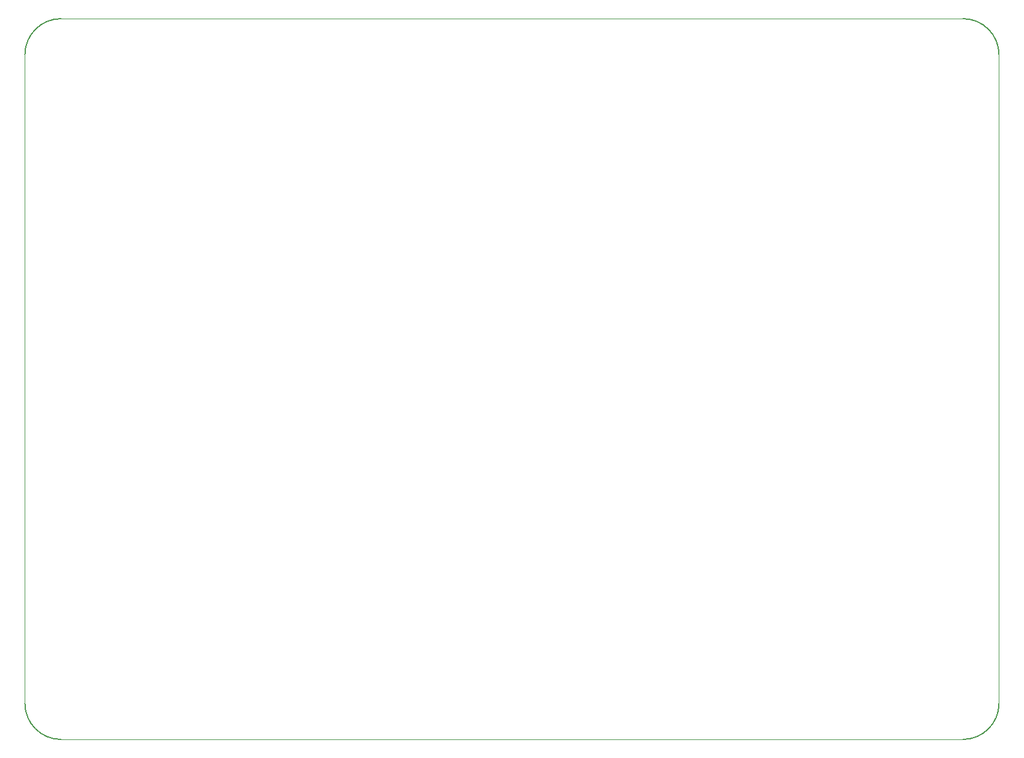
<source format=gbr>
%TF.GenerationSoftware,KiCad,Pcbnew,(6.0.8)*%
%TF.CreationDate,2022-11-09T11:36:30+07:00*%
%TF.ProjectId,SPEED_CONTROL,53504545-445f-4434-9f4e-54524f4c2e6b,rev?*%
%TF.SameCoordinates,Original*%
%TF.FileFunction,Profile,NP*%
%FSLAX46Y46*%
G04 Gerber Fmt 4.6, Leading zero omitted, Abs format (unit mm)*
G04 Created by KiCad (PCBNEW (6.0.8)) date 2022-11-09 11:36:30*
%MOMM*%
%LPD*%
G01*
G04 APERTURE LIST*
%TA.AperFunction,Profile*%
%ADD10C,0.100000*%
%TD*%
%TA.AperFunction,Profile*%
%ADD11C,0.150000*%
%TD*%
G04 APERTURE END LIST*
D10*
X30480000Y-30480000D02*
X30480000Y-121920000D01*
D11*
X30480000Y-121920000D02*
G75*
G03*
X35560000Y-127000000I5080000J0D01*
G01*
X167640000Y-30480000D02*
G75*
G03*
X162560000Y-25400000I-5080000J0D01*
G01*
X162560000Y-127000000D02*
G75*
G03*
X167640000Y-121920000I0J5080000D01*
G01*
X35560000Y-25400000D02*
G75*
G03*
X30480000Y-30480000I0J-5080000D01*
G01*
D10*
X167640000Y-121920000D02*
X167640000Y-30480000D01*
X35560000Y-127000000D02*
X162560000Y-127000000D01*
X35560000Y-25400000D02*
X162560000Y-25400000D01*
M02*

</source>
